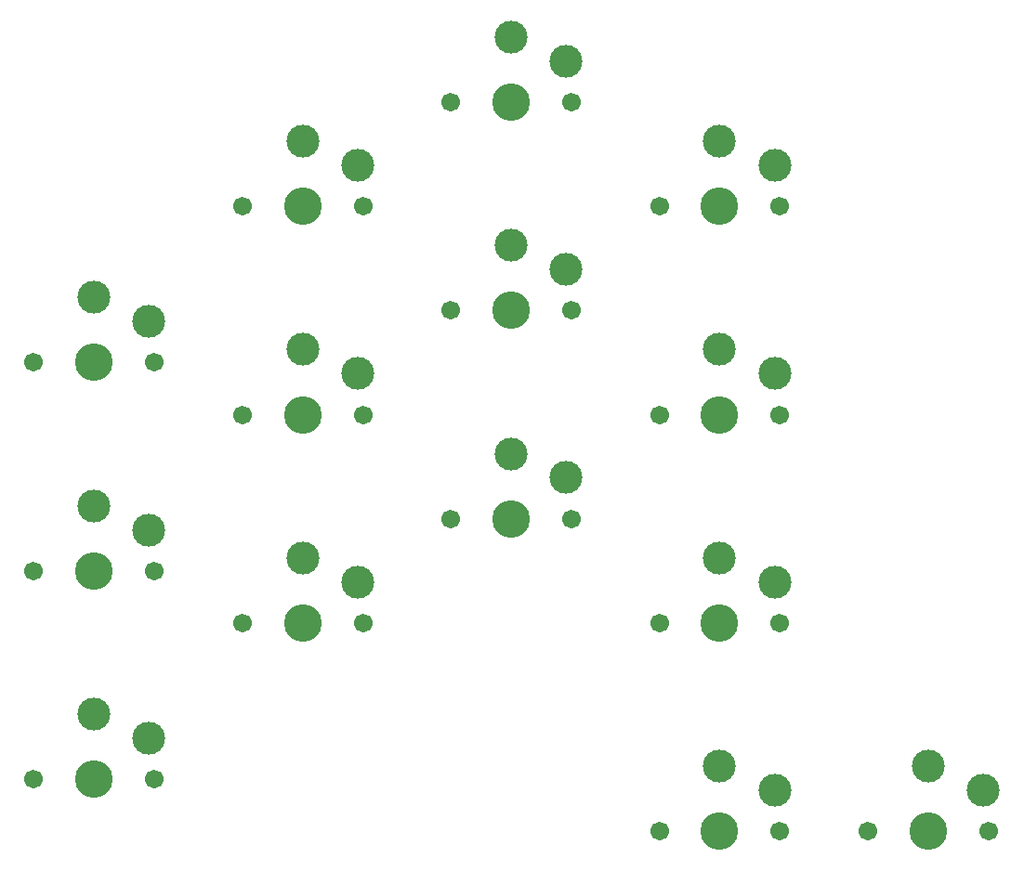
<source format=gbr>
%TF.GenerationSoftware,KiCad,Pcbnew,8.0.1*%
%TF.CreationDate,2024-11-14T23:23:27-08:00*%
%TF.ProjectId,roo_left_auto_routed,726f6f5f-6c65-4667-945f-6175746f5f72,0.1.0*%
%TF.SameCoordinates,Original*%
%TF.FileFunction,NonPlated,1,2,NPTH,Drill*%
%TF.FilePolarity,Positive*%
%FSLAX46Y46*%
G04 Gerber Fmt 4.6, Leading zero omitted, Abs format (unit mm)*
G04 Created by KiCad (PCBNEW 8.0.1) date 2024-11-14 23:23:27*
%MOMM*%
%LPD*%
G01*
G04 APERTURE LIST*
%TA.AperFunction,ComponentDrill*%
%ADD10C,1.701800*%
%TD*%
%TA.AperFunction,ComponentDrill*%
%ADD11C,3.000000*%
%TD*%
%TA.AperFunction,ComponentDrill*%
%ADD12C,3.429000*%
%TD*%
G04 APERTURE END LIST*
D10*
%TO.C,S3*%
X155085800Y-130835800D03*
%TO.C,S2*%
X155085800Y-149835800D03*
%TO.C,S1*%
X155085800Y-168835800D03*
%TO.C,S3*%
X166085800Y-130835800D03*
%TO.C,S2*%
X166085800Y-149835800D03*
%TO.C,S1*%
X166085800Y-168835800D03*
%TO.C,S6*%
X174085800Y-116585800D03*
%TO.C,S5*%
X174085800Y-135585800D03*
%TO.C,S4*%
X174085800Y-154585800D03*
%TO.C,S6*%
X185085800Y-116585800D03*
%TO.C,S5*%
X185085800Y-135585800D03*
%TO.C,S4*%
X185085800Y-154585800D03*
%TO.C,S9*%
X193085800Y-107085800D03*
%TO.C,S8*%
X193085800Y-126085800D03*
%TO.C,S7*%
X193085800Y-145085800D03*
%TO.C,S9*%
X204085800Y-107085800D03*
%TO.C,S8*%
X204085800Y-126085800D03*
%TO.C,S7*%
X204085800Y-145085800D03*
%TO.C,S12*%
X212085800Y-116585800D03*
%TO.C,S11*%
X212085800Y-135585800D03*
%TO.C,S10*%
X212085800Y-154585800D03*
%TO.C,S13*%
X212085800Y-173585800D03*
%TO.C,S12*%
X223085800Y-116585800D03*
%TO.C,S11*%
X223085800Y-135585800D03*
%TO.C,S10*%
X223085800Y-154585800D03*
%TO.C,S13*%
X223085800Y-173585800D03*
%TO.C,S14*%
X231085800Y-173585800D03*
X242085800Y-173585800D03*
D11*
%TO.C,S3*%
X160585800Y-124885800D03*
%TO.C,S2*%
X160585800Y-143885800D03*
%TO.C,S1*%
X160585800Y-162885800D03*
%TO.C,S3*%
X165585800Y-127085800D03*
%TO.C,S2*%
X165585800Y-146085800D03*
%TO.C,S1*%
X165585800Y-165085800D03*
%TO.C,S6*%
X179585800Y-110635800D03*
%TO.C,S5*%
X179585800Y-129635800D03*
%TO.C,S4*%
X179585800Y-148635800D03*
%TO.C,S6*%
X184585800Y-112835800D03*
%TO.C,S5*%
X184585800Y-131835800D03*
%TO.C,S4*%
X184585800Y-150835800D03*
%TO.C,S9*%
X198585800Y-101135800D03*
%TO.C,S8*%
X198585800Y-120135800D03*
%TO.C,S7*%
X198585800Y-139135800D03*
%TO.C,S9*%
X203585800Y-103335800D03*
%TO.C,S8*%
X203585800Y-122335800D03*
%TO.C,S7*%
X203585800Y-141335800D03*
%TO.C,S12*%
X217585800Y-110635800D03*
%TO.C,S11*%
X217585800Y-129635800D03*
%TO.C,S10*%
X217585800Y-148635800D03*
%TO.C,S13*%
X217585800Y-167635800D03*
%TO.C,S12*%
X222585800Y-112835800D03*
%TO.C,S11*%
X222585800Y-131835800D03*
%TO.C,S10*%
X222585800Y-150835800D03*
%TO.C,S13*%
X222585800Y-169835800D03*
%TO.C,S14*%
X236585800Y-167635800D03*
X241585800Y-169835800D03*
D12*
%TO.C,S3*%
X160585800Y-130835800D03*
%TO.C,S2*%
X160585800Y-149835800D03*
%TO.C,S1*%
X160585800Y-168835800D03*
%TO.C,S6*%
X179585800Y-116585800D03*
%TO.C,S5*%
X179585800Y-135585800D03*
%TO.C,S4*%
X179585800Y-154585800D03*
%TO.C,S9*%
X198585800Y-107085800D03*
%TO.C,S8*%
X198585800Y-126085800D03*
%TO.C,S7*%
X198585800Y-145085800D03*
%TO.C,S12*%
X217585800Y-116585800D03*
%TO.C,S11*%
X217585800Y-135585800D03*
%TO.C,S10*%
X217585800Y-154585800D03*
%TO.C,S13*%
X217585800Y-173585800D03*
%TO.C,S14*%
X236585800Y-173585800D03*
M02*

</source>
